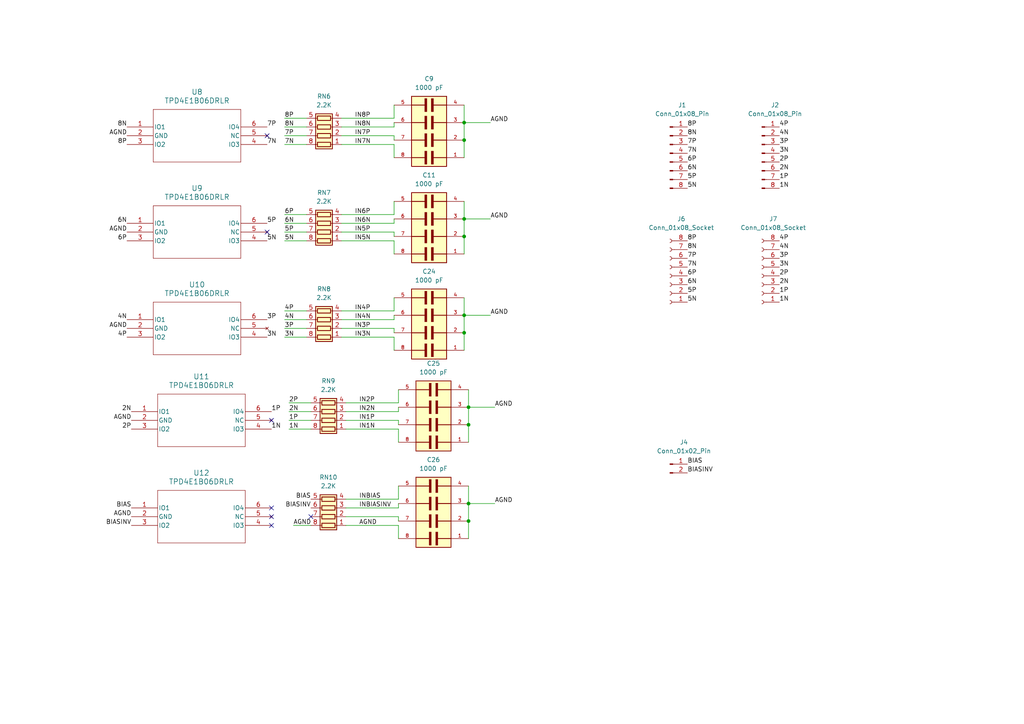
<source format=kicad_sch>
(kicad_sch (version 20231120) (generator "eeschema") (generator_version "8.0")
  (paper "A4")
  (lib_symbols
    (symbol "Connector:Conn_01x02_Pin" (pin_names (offset 1.016) hide)
      (property "Reference" "J" (at 0 2.54 0))
      (property "Value" "Conn_01x02_Pin" (at 0 -5.08 0))
      (symbol "Conn_01x02_Pin_1_1"
        (polyline (pts (xy 1.27 -2.54) (xy 0.8636 -2.54)) (stroke (width 0.1524)))
        (polyline (pts (xy 1.27 0) (xy 0.8636 0)) (stroke (width 0.1524)))
        (rectangle (start 0.8636 -2.413) (end 0 -2.667) (stroke (width 0.1524)) (fill (type outline)))
        (rectangle (start 0.8636 0.127) (end 0 -0.127) (stroke (width 0.1524)) (fill (type outline)))
        (pin passive line (at 5.08 0 180) (length 3.81) (name "Pin_1") (number "1"))
        (pin passive line (at 5.08 -2.54 180) (length 3.81) (name "Pin_2") (number "2"))
      )
    )
    (symbol "Connector:Conn_01x08_Pin" (pin_names (offset 1.016) hide)
      (property "Reference" "J" (at 0 10.16 0))
      (property "Value" "Conn_01x08_Pin" (at 0 -12.7 0))
      (symbol "Conn_01x08_Pin_1_1"
        (polyline (pts (xy 1.27 -10.16) (xy 0.8636 -10.16)) (stroke (width 0.1524)))
        (polyline (pts (xy 1.27 -7.62) (xy 0.8636 -7.62)) (stroke (width 0.1524)))
        (polyline (pts (xy 1.27 -5.08) (xy 0.8636 -5.08)) (stroke (width 0.1524)))
        (polyline (pts (xy 1.27 -2.54) (xy 0.8636 -2.54)) (stroke (width 0.1524)))
        (polyline (pts (xy 1.27 0) (xy 0.8636 0)) (stroke (width 0.1524)))
        (polyline (pts (xy 1.27 2.54) (xy 0.8636 2.54)) (stroke (width 0.1524)))
        (polyline (pts (xy 1.27 5.08) (xy 0.8636 5.08)) (stroke (width 0.1524)))
        (polyline (pts (xy 1.27 7.62) (xy 0.8636 7.62)) (stroke (width 0.1524)))
        (rectangle (start 0.8636 -10.033) (end 0 -10.287) (stroke (width 0.1524)) (fill (type outline)))
        (rectangle (start 0.8636 -7.493) (end 0 -7.747) (stroke (width 0.1524)) (fill (type outline)))
        (rectangle (start 0.8636 -4.953) (end 0 -5.207) (stroke (width 0.1524)) (fill (type outline)))
        (rectangle (start 0.8636 -2.413) (end 0 -2.667) (stroke (width 0.1524)) (fill (type outline)))
        (rectangle (start 0.8636 0.127) (end 0 -0.127) (stroke (width 0.1524)) (fill (type outline)))
        (rectangle (start 0.8636 2.667) (end 0 2.413) (stroke (width 0.1524)) (fill (type outline)))
        (rectangle (start 0.8636 5.207) (end 0 4.953) (stroke (width 0.1524)) (fill (type outline)))
        (rectangle (start 0.8636 7.747) (end 0 7.493) (stroke (width 0.1524)) (fill (type outline)))
        (pin passive line (at 5.08 7.62 180) (length 3.81) (name "Pin_1") (number "1"))
        (pin passive line (at 5.08 5.08 180) (length 3.81) (name "Pin_2") (number "2"))
        (pin passive line (at 5.08 2.54 180) (length 3.81) (name "Pin_3") (number "3"))
        (pin passive line (at 5.08 0 180) (length 3.81) (name "Pin_4") (number "4"))
        (pin passive line (at 5.08 -2.54 180) (length 3.81) (name "Pin_5") (number "5"))
        (pin passive line (at 5.08 -5.08 180) (length 3.81) (name "Pin_6") (number "6"))
        (pin passive line (at 5.08 -7.62 180) (length 3.81) (name "Pin_7") (number "7"))
        (pin passive line (at 5.08 -10.16 180) (length 3.81) (name "Pin_8") (number "8"))
      )
    )
    (symbol "Connector:Conn_01x08_Socket" (pin_names (offset 1.016) hide)
      (property "Reference" "J" (at 0 10.16 0))
      (property "Value" "Conn_01x08_Socket" (at 0 -12.7 0))
      (symbol "Conn_01x08_Socket_1_1"
        (arc (start 0 -9.652) (mid -0.5058 -10.16) (end 0 -10.668) (stroke (width 0.1524)))
        (arc (start 0 -7.112) (mid -0.5058 -7.62) (end 0 -8.128) (stroke (width 0.1524)))
        (arc (start 0 -4.572) (mid -0.5058 -5.08) (end 0 -5.588) (stroke (width 0.1524)))
        (arc (start 0 -2.032) (mid -0.5058 -2.54) (end 0 -3.048) (stroke (width 0.1524)))
        (polyline (pts (xy -1.27 -10.16) (xy -0.508 -10.16)) (stroke (width 0.1524)))
        (polyline (pts (xy -1.27 -7.62) (xy -0.508 -7.62)) (stroke (width 0.1524)))
        (polyline (pts (xy -1.27 -5.08) (xy -0.508 -5.08)) (stroke (width 0.1524)))
        (polyline (pts (xy -1.27 -2.54) (xy -0.508 -2.54)) (stroke (width 0.1524)))
        (polyline (pts (xy -1.27 0) (xy -0.508 0)) (stroke (width 0.1524)))
        (polyline (pts (xy -1.27 2.54) (xy -0.508 2.54)) (stroke (width 0.1524)))
        (polyline (pts (xy -1.27 5.08) (xy -0.508 5.08)) (stroke (width 0.1524)))
        (polyline (pts (xy -1.27 7.62) (xy -0.508 7.62)) (stroke (width 0.1524)))
        (arc (start 0 0.508) (mid -0.5058 0) (end 0 -0.508) (stroke (width 0.1524)))
        (arc (start 0 3.048) (mid -0.5058 2.54) (end 0 2.032) (stroke (width 0.1524)))
        (arc (start 0 5.588) (mid -0.5058 5.08) (end 0 4.572) (stroke (width 0.1524)))
        (arc (start 0 8.128) (mid -0.5058 7.62) (end 0 7.112) (stroke (width 0.1524)))
        (pin passive line (at -5.08 7.62 0) (length 3.81) (name "Pin_1") (number "1"))
        (pin passive line (at -5.08 5.08 0) (length 3.81) (name "Pin_2") (number "2"))
        (pin passive line (at -5.08 2.54 0) (length 3.81) (name "Pin_3") (number "3"))
        (pin passive line (at -5.08 0 0) (length 3.81) (name "Pin_4") (number "4"))
        (pin passive line (at -5.08 -2.54 0) (length 3.81) (name "Pin_5") (number "5"))
        (pin passive line (at -5.08 -5.08 0) (length 3.81) (name "Pin_6") (number "6"))
        (pin passive line (at -5.08 -7.62 0) (length 3.81) (name "Pin_7") (number "7"))
        (pin passive line (at -5.08 -10.16 0) (length 3.81) (name "Pin_8") (number "8"))
      )
    )
    (symbol "Device:R_Pack04" (pin_names (offset 0) hide)
      (property "Reference" "RN" (at -7.62 0 90))
      (property "Value" "R_Pack04" (at 5.08 0 90))
      (symbol "R_Pack04_0_1"
        (rectangle (start -6.35 -2.413) (end 3.81 2.413) (stroke (width 0.254)) (fill (type background)))
        (rectangle (start -5.715 1.905) (end -4.445 -1.905) (stroke (width 0.254)))
        (rectangle (start -3.175 1.905) (end -1.905 -1.905) (stroke (width 0.254)))
        (rectangle (start -0.635 1.905) (end 0.635 -1.905) (stroke (width 0.254)))
        (polyline (pts (xy -5.08 -2.54) (xy -5.08 -1.905)))
        (polyline (pts (xy -5.08 1.905) (xy -5.08 2.54)))
        (polyline (pts (xy -2.54 -2.54) (xy -2.54 -1.905)))
        (polyline (pts (xy -2.54 1.905) (xy -2.54 2.54)))
        (polyline (pts (xy 0 -2.54) (xy 0 -1.905)))
        (polyline (pts (xy 0 1.905) (xy 0 2.54)))
        (polyline (pts (xy 2.54 -2.54) (xy 2.54 -1.905)))
        (polyline (pts (xy 2.54 1.905) (xy 2.54 2.54)))
        (rectangle (start 1.905 1.905) (end 3.175 -1.905) (stroke (width 0.254)))
      )
      (symbol "R_Pack04_1_1"
        (pin passive line (at -5.08 -5.08 90) (length 2.54) (name "R1.1") (number "1"))
        (pin passive line (at -2.54 -5.08 90) (length 2.54) (name "R2.1") (number "2"))
        (pin passive line (at 0 -5.08 90) (length 2.54) (name "R3.1") (number "3"))
        (pin passive line (at 2.54 -5.08 90) (length 2.54) (name "R4.1") (number "4"))
        (pin passive line (at 2.54 5.08 270) (length 2.54) (name "R4.2") (number "5"))
        (pin passive line (at 0 5.08 270) (length 2.54) (name "R3.2") (number "6"))
        (pin passive line (at -2.54 5.08 270) (length 2.54) (name "R2.2") (number "7"))
        (pin passive line (at -5.08 5.08 270) (length 2.54) (name "R1.2") (number "8"))
      )
    )
    (symbol "TPD4E1B06 (ESD):TPD4E1B06DRLR" (pin_names (offset 0.254))
      (property "Reference" "U" (at 20.32 10.16 0))
      (property "Value" "TPD4E1B06DRLR" (at 20.32 7.62 0))
      (symbol "TPD4E1B06DRLR_0_1"
        (polyline (pts (xy 7.62 -10.16) (xy 33.02 -10.16)) (stroke (width 0.127)))
        (polyline (pts (xy 7.62 5.08) (xy 7.62 -10.16)) (stroke (width 0.127)))
        (polyline (pts (xy 33.02 -10.16) (xy 33.02 5.08)) (stroke (width 0.127)))
        (polyline (pts (xy 33.02 5.08) (xy 7.62 5.08)) (stroke (width 0.127)))
        (pin bidirectional line (at 0 0 0) (length 7.62) (name "IO1") (number "1"))
        (pin power_in line (at 0 -2.54 0) (length 7.62) (name "GND") (number "2"))
        (pin bidirectional line (at 0 -5.08 0) (length 7.62) (name "IO2") (number "3"))
        (pin bidirectional line (at 40.64 -5.08 180) (length 7.62) (name "IO3") (number "4"))
        (pin no_connect line (at 40.64 -2.54 180) (length 7.62) (name "NC") (number "5"))
        (pin bidirectional line (at 40.64 0 180) (length 7.62) (name "IO4") (number "6"))
      )
    )
    (symbol "W3A45C102K4T2A (C_array):CKCL44X7R1H102M085AA" (pin_names (offset 1.016))
      (property "Reference" "C" (at -5.08 11.43 0))
      (property "Value" "CKCL44X7R1H102M085AA" (at -5.08 -12.7 0))
      (symbol "CKCL44X7R1H102M085AA_0_0"
        (rectangle (start -5.08 -10.16) (end 5.08 10.16) (stroke (width 0.254)) (fill (type background)))
        (rectangle (start -1.27 -9.525) (end -0.635 -5.715) (stroke (width 0.1)) (fill (type outline)))
        (rectangle (start -1.27 -4.445) (end -0.635 -0.635) (stroke (width 0.1)) (fill (type outline)))
        (rectangle (start -1.27 0.635) (end -0.635 4.445) (stroke (width 0.1)) (fill (type outline)))
        (rectangle (start -1.27 5.715) (end -0.635 9.525) (stroke (width 0.1)) (fill (type outline)))
        (polyline (pts (xy -1.27 -7.62) (xy -5.08 -7.62)) (stroke (width 0.254)))
        (polyline (pts (xy -1.27 -2.54) (xy -5.08 -2.54)) (stroke (width 0.254)))
        (polyline (pts (xy -1.27 2.54) (xy -5.08 2.54)) (stroke (width 0.254)))
        (polyline (pts (xy -1.27 7.62) (xy -5.08 7.62)) (stroke (width 0.254)))
        (polyline (pts (xy 1.27 -7.62) (xy 5.08 -7.62)) (stroke (width 0.254)))
        (polyline (pts (xy 1.27 -2.54) (xy 5.08 -2.54)) (stroke (width 0.254)))
        (polyline (pts (xy 1.27 2.54) (xy 5.08 2.54)) (stroke (width 0.254)))
        (polyline (pts (xy 1.27 7.62) (xy 5.08 7.62)) (stroke (width 0.254)))
        (rectangle (start 0.635 -9.525) (end 1.27 -5.715) (stroke (width 0.1)) (fill (type outline)))
        (rectangle (start 0.635 -4.445) (end 1.27 -0.635) (stroke (width 0.1)) (fill (type outline)))
        (rectangle (start 0.635 0.635) (end 1.27 4.445) (stroke (width 0.1)) (fill (type outline)))
        (rectangle (start 0.635 5.715) (end 1.27 9.525) (stroke (width 0.1)) (fill (type outline)))
        (pin passive line (at -10.16 7.62 0) (length 5.08) (name "~") (number "1"))
        (pin passive line (at -10.16 2.54 0) (length 5.08) (name "~") (number "2"))
        (pin passive line (at -10.16 -2.54 0) (length 5.08) (name "~") (number "3"))
        (pin passive line (at -10.16 -7.62 0) (length 5.08) (name "~") (number "4"))
        (pin passive line (at 10.16 -7.62 180) (length 5.08) (name "~") (number "5"))
        (pin passive line (at 10.16 -2.54 180) (length 5.08) (name "~") (number "6"))
        (pin passive line (at 10.16 2.54 180) (length 5.08) (name "~") (number "7"))
        (pin passive line (at 10.16 7.62 180) (length 5.08) (name "~") (number "8"))
      )
    )
  )
  (junction (at 134.62 40.64))
  (junction (at 135.89 123.19))
  (junction (at 134.62 35.56))
  (junction (at 134.62 68.58))
  (junction (at 134.62 96.52))
  (junction (at 134.62 91.44))
  (junction (at 134.62 63.5))
  (junction (at 135.89 118.11))
  (junction (at 135.89 151.13))
  (junction (at 135.89 146.05))
  (no_connect (at 78.74 152.4))
  (no_connect (at 77.47 39.37))
  (no_connect (at 77.47 67.31))
  (no_connect (at 78.74 147.32))
  (no_connect (at 78.74 121.92))
  (no_connect (at 78.74 149.86))
  (no_connect (at 90.17 149.86))
  (wire (pts (xy 99.06 97.79) (xy 114.3 97.79)))
  (wire (pts (xy 100.33 119.38) (xy 115.57 119.38)))
  (wire (pts (xy 134.62 30.48) (xy 134.62 35.56)))
  (wire (pts (xy 99.06 95.25) (xy 114.3 95.25)))
  (wire (pts (xy 134.62 96.52) (xy 134.62 101.6)))
  (wire (pts (xy 100.33 124.46) (xy 115.57 124.46)))
  (wire (pts (xy 99.06 34.29) (xy 114.3 34.29)))
  (wire (pts (xy 135.89 151.13) (xy 135.89 156.21)))
  (wire (pts (xy 114.3 62.23) (xy 114.3 58.42)))
  (wire (pts (xy 114.3 36.83) (xy 114.3 35.56)))
  (wire (pts (xy 134.62 63.5) (xy 142.24 63.5)))
  (wire (pts (xy 114.3 97.79) (xy 114.3 101.6)))
  (wire (pts (xy 82.55 90.17) (xy 88.9 90.17)))
  (wire (pts (xy 83.82 119.38) (xy 90.17 119.38)))
  (wire (pts (xy 134.62 35.56) (xy 134.62 40.64)))
  (wire (pts (xy 115.57 116.84) (xy 115.57 113.03)))
  (wire (pts (xy 82.55 64.77) (xy 88.9 64.77)))
  (wire (pts (xy 115.57 144.78) (xy 115.57 140.97)))
  (wire (pts (xy 135.89 140.97) (xy 135.89 146.05)))
  (wire (pts (xy 82.55 92.71) (xy 88.9 92.71)))
  (wire (pts (xy 83.82 124.46) (xy 90.17 124.46)))
  (wire (pts (xy 114.3 41.91) (xy 114.3 45.72)))
  (wire (pts (xy 99.06 90.17) (xy 114.3 90.17)))
  (wire (pts (xy 83.82 121.92) (xy 90.17 121.92)))
  (wire (pts (xy 83.82 116.84) (xy 90.17 116.84)))
  (wire (pts (xy 114.3 92.71) (xy 114.3 91.44)))
  (wire (pts (xy 115.57 149.86) (xy 115.57 151.13)))
  (wire (pts (xy 134.62 91.44) (xy 134.62 96.52)))
  (wire (pts (xy 115.57 124.46) (xy 115.57 128.27)))
  (wire (pts (xy 100.33 152.4) (xy 115.57 152.4)))
  (wire (pts (xy 82.55 39.37) (xy 88.9 39.37)))
  (wire (pts (xy 100.33 149.86) (xy 115.57 149.86)))
  (wire (pts (xy 114.3 34.29) (xy 114.3 30.48)))
  (wire (pts (xy 82.55 62.23) (xy 88.9 62.23)))
  (wire (pts (xy 135.89 146.05) (xy 135.89 151.13)))
  (wire (pts (xy 82.55 97.79) (xy 88.9 97.79)))
  (wire (pts (xy 114.3 90.17) (xy 114.3 86.36)))
  (wire (pts (xy 134.62 68.58) (xy 134.62 73.66)))
  (wire (pts (xy 82.55 69.85) (xy 88.9 69.85)))
  (wire (pts (xy 114.3 39.37) (xy 114.3 40.64)))
  (wire (pts (xy 114.3 95.25) (xy 114.3 96.52)))
  (wire (pts (xy 134.62 86.36) (xy 134.62 91.44)))
  (wire (pts (xy 135.89 113.03) (xy 135.89 118.11)))
  (wire (pts (xy 135.89 123.19) (xy 135.89 128.27)))
  (wire (pts (xy 99.06 41.91) (xy 114.3 41.91)))
  (wire (pts (xy 134.62 40.64) (xy 134.62 45.72)))
  (wire (pts (xy 82.55 67.31) (xy 88.9 67.31)))
  (wire (pts (xy 135.89 118.11) (xy 143.51 118.11)))
  (wire (pts (xy 100.33 121.92) (xy 115.57 121.92)))
  (wire (pts (xy 135.89 118.11) (xy 135.89 123.19)))
  (wire (pts (xy 135.89 146.05) (xy 143.51 146.05)))
  (wire (pts (xy 99.06 39.37) (xy 114.3 39.37)))
  (wire (pts (xy 99.06 92.71) (xy 114.3 92.71)))
  (wire (pts (xy 82.55 41.91) (xy 88.9 41.91)))
  (wire (pts (xy 82.55 34.29) (xy 88.9 34.29)))
  (wire (pts (xy 115.57 121.92) (xy 115.57 123.19)))
  (wire (pts (xy 134.62 58.42) (xy 134.62 63.5)))
  (wire (pts (xy 114.3 67.31) (xy 114.3 68.58)))
  (wire (pts (xy 115.57 147.32) (xy 115.57 146.05)))
  (wire (pts (xy 115.57 119.38) (xy 115.57 118.11)))
  (wire (pts (xy 99.06 64.77) (xy 114.3 64.77)))
  (wire (pts (xy 115.57 152.4) (xy 115.57 156.21)))
  (wire (pts (xy 85.09 152.4) (xy 90.17 152.4)))
  (wire (pts (xy 100.33 144.78) (xy 115.57 144.78)))
  (wire (pts (xy 100.33 147.32) (xy 115.57 147.32)))
  (wire (pts (xy 114.3 64.77) (xy 114.3 63.5)))
  (wire (pts (xy 134.62 91.44) (xy 142.24 91.44)))
  (wire (pts (xy 134.62 63.5) (xy 134.62 68.58)))
  (wire (pts (xy 99.06 36.83) (xy 114.3 36.83)))
  (wire (pts (xy 114.3 69.85) (xy 114.3 73.66)))
  (wire (pts (xy 82.55 95.25) (xy 88.9 95.25)))
  (wire (pts (xy 134.62 35.56) (xy 142.24 35.56)))
  (wire (pts (xy 99.06 69.85) (xy 114.3 69.85)))
  (wire (pts (xy 99.06 67.31) (xy 114.3 67.31)))
  (wire (pts (xy 100.33 116.84) (xy 115.57 116.84)))
  (wire (pts (xy 99.06 62.23) (xy 114.3 62.23)))
  (wire (pts (xy 82.55 36.83) (xy 88.9 36.83)))
  (label "8N" (at 199.39 72.39 0))
  (label "AGND" (at 38.1 149.86 180))
  (label "2N" (at 226.06 82.55 0))
  (label "4N" (at 226.06 72.39 0))
  (label "7P" (at 82.55 39.37 0))
  (label "IN6N" (at 102.87 64.77 0))
  (label "4N" (at 36.83 92.71 180))
  (label "IN5N" (at 102.87 69.85 0))
  (label "2N" (at 38.1 119.38 180))
  (label "3P" (at 77.47 92.71 0))
  (label "6P" (at 199.39 46.99 0))
  (label "1N" (at 78.74 124.46 0))
  (label "5N" (at 199.39 54.61 0))
  (label "2P" (at 83.82 116.84 0))
  (label "BIAS" (at 199.39 134.62 0))
  (label "1P" (at 78.74 119.38 0))
  (label "5P" (at 199.39 52.07 0))
  (label "1N" (at 226.06 87.63 0))
  (label "6N" (at 36.83 64.77 180))
  (label "IN7N" (at 102.87 41.91 0))
  (label "IN4N" (at 102.87 92.71 0))
  (label "4P" (at 226.06 69.85 0))
  (label "3N" (at 226.06 77.47 0))
  (label "IN8N" (at 102.87 36.83 0))
  (label "IN2N" (at 104.14 119.38 0))
  (label "5P" (at 82.55 67.31 0))
  (label "6N" (at 199.39 49.53 0))
  (label "AGND" (at 36.83 39.37 180))
  (label "2N" (at 226.06 49.53 0))
  (label "BIAS" (at 90.17 144.78 180))
  (label "8N" (at 36.83 36.83 180))
  (label "4P" (at 36.83 97.79 180))
  (label "4N" (at 82.55 92.71 0))
  (label "6N" (at 82.55 64.77 0))
  (label "INBIASINV" (at 104.14 147.32 0))
  (label "IN1N" (at 104.14 124.46 0))
  (label "AGND" (at 143.51 118.11 0))
  (label "2P" (at 38.1 124.46 180))
  (label "1N" (at 226.06 54.61 0))
  (label "5N" (at 82.55 69.85 0))
  (label "2P" (at 226.06 46.99 0))
  (label "3P" (at 82.55 95.25 0))
  (label "3N" (at 77.47 97.79 0))
  (label "2N" (at 83.82 119.38 0))
  (label "IN8P" (at 102.87 34.29 0))
  (label "6P" (at 36.83 69.85 180))
  (label "3P" (at 226.06 41.91 0))
  (label "2P" (at 226.06 80.01 0))
  (label "BIASINV" (at 90.17 147.32 180))
  (label "BIASINV" (at 38.1 152.4 180))
  (label "6P" (at 82.55 62.23 0))
  (label "7P" (at 199.39 74.93 0))
  (label "AGND" (at 36.83 67.31 180))
  (label "IN3P" (at 102.87 95.25 0))
  (label "1P" (at 83.82 121.92 0))
  (label "8P" (at 199.39 69.85 0))
  (label "AGND" (at 143.51 146.05 0))
  (label "5N" (at 77.47 69.85 0))
  (label "IN6P" (at 102.87 62.23 0))
  (label "8N" (at 82.55 36.83 0))
  (label "IN5P" (at 102.87 67.31 0))
  (label "7N" (at 199.39 77.47 0))
  (label "AGND" (at 85.09 152.4 0))
  (label "AGND" (at 142.24 91.44 0))
  (label "5N" (at 199.39 87.63 0))
  (label "3N" (at 82.55 97.79 0))
  (label "IN4P" (at 102.87 90.17 0))
  (label "7P" (at 77.47 36.83 0))
  (label "7N" (at 77.47 41.91 0))
  (label "3P" (at 226.06 74.93 0))
  (label "BIAS" (at 38.1 147.32 180))
  (label "1P" (at 226.06 52.07 0))
  (label "AGND" (at 38.1 121.92 180))
  (label "8P" (at 36.83 41.91 180))
  (label "INBIAS" (at 104.14 144.78 0))
  (label "IN1P" (at 104.14 121.92 0))
  (label "5P" (at 199.39 85.09 0))
  (label "1N" (at 83.82 124.46 0))
  (label "AGND" (at 36.83 95.25 180))
  (label "AGND" (at 104.14 152.4 0))
  (label "8P" (at 82.55 34.29 0))
  (label "4P" (at 82.55 90.17 0))
  (label "AGND" (at 142.24 35.56 0))
  (label "8N" (at 199.39 39.37 0))
  (label "5P" (at 77.47 64.77 0))
  (label "AGND" (at 142.24 63.5 0))
  (label "7P" (at 199.39 41.91 0))
  (label "6P" (at 199.39 80.01 0))
  (label "7N" (at 199.39 44.45 0))
  (label "7N" (at 82.55 41.91 0))
  (label "4N" (at 226.06 39.37 0))
  (label "3N" (at 226.06 44.45 0))
  (label "6N" (at 199.39 82.55 0))
  (label "4P" (at 226.06 36.83 0))
  (label "IN7P" (at 102.87 39.37 0))
  (label "8P" (at 199.39 36.83 0))
  (label "IN3N" (at 102.87 97.79 0))
  (label "1P" (at 226.06 85.09 0))
  (label "BIASINV" (at 199.39 137.16 0))
  (label "IN2P" (at 104.14 116.84 0))
  (symbol (lib_id "W3A45C102K4T2A (C_array):CKCL44X7R1H102M085AA") (at 125.73 120.65 180) (unit 1)
    (property "Reference" "C25" (at 125.73 105.41 0))
    (property "Value" "1000 pF" (at 125.73 107.95 0))
    (property "Footprint" "W3A45C102K4T2A:CAPCAF50P200X125X85-8" (effects (hide yes)))
    (property "MF" "TDK" (effects (hide yes)))
    (property "MAXIMUM_PACKAGE_HEIGHT" "0.85 mm" (effects (hide yes)))
    (property "Package" "0805 TDK Corporation" (effects (hide yes)))
    (property "Price" "None" (effects (hide yes)))
    (property "Check_prices" "https://www.snapeda.com/parts/CKCL44X7R1H102M085AA/TDK-Lambda+Americas+Inc/view-part/?ref=eda" (effects (hide yes)))
    (property "STANDARD" "Manufacturer Recommendations" (effects (hide yes)))
    (property "PARTREV" "Dec 2014" (effects (hide yes)))
    (property "SnapEDA_Link" "https://www.snapeda.com/parts/CKCL44X7R1H102M085AA/TDK-Lambda+Americas+Inc/view-part/?ref=snap" (effects (hide yes)))
    (property "MP" "CKCL44X7R1H102M085AA" (effects (hide yes)))
    (property "Description_1" "\n                        \n                            1000pF Isolated Capacitor  Array 50V X7R 0805 (2012 Metric)\n                        \n" (effects (hide yes)))
    (property "Availability" "In Stock" (effects (hide yes)))
    (property "MANUFACTURER" "TDK" (effects (hide yes)))
  )
  (symbol (lib_id "Connector:Conn_01x08_Pin") (at 194.31 44.45 0) (unit 1)
    (property "Reference" "J1" (at 197.866 30.48 0))
    (property "Value" "Conn_01x08_Pin" (at 197.866 33.02 0))
    (property "Footprint" "Connector_PinHeader_2.54mm:PinHeader_1x08_P2.54mm_Vertical" (effects (hide yes)))
    (property "Description" "Generic connector, single row, 01x08, script generated" (effects (hide yes)))
  )
  (symbol (lib_id "TPD4E1B06 (ESD):TPD4E1B06DRLR") (at 36.83 64.77 0) (unit 1)
    (property "Reference" "U9" (at 57.15 54.61 0) (effects (font (size 1.524 1.524))))
    (property "Value" "TPD4E1B06DRLR" (at 57.15 57.15 0) (effects (font (size 1.524 1.524))))
    (property "Footprint" "TPD4E1B06:DRL6_TEX" (effects (hide yes)))
    (property "Datasheet" "TPD4E1B06DRLR" (effects (hide yes)))
  )
  (symbol (lib_id "W3A45C102K4T2A (C_array):CKCL44X7R1H102M085AA") (at 125.73 148.59 180) (unit 1)
    (property "Reference" "C26" (at 125.73 133.35 0))
    (property "Value" "1000 pF" (at 125.73 135.89 0))
    (property "Footprint" "W3A45C102K4T2A:CAPCAF50P200X125X85-8" (effects (hide yes)))
    (property "MF" "TDK" (effects (hide yes)))
    (property "MAXIMUM_PACKAGE_HEIGHT" "0.85 mm" (effects (hide yes)))
    (property "Package" "0805 TDK Corporation" (effects (hide yes)))
    (property "Price" "None" (effects (hide yes)))
    (property "Check_prices" "https://www.snapeda.com/parts/CKCL44X7R1H102M085AA/TDK-Lambda+Americas+Inc/view-part/?ref=eda" (effects (hide yes)))
    (property "STANDARD" "Manufacturer Recommendations" (effects (hide yes)))
    (property "PARTREV" "Dec 2014" (effects (hide yes)))
    (property "SnapEDA_Link" "https://www.snapeda.com/parts/CKCL44X7R1H102M085AA/TDK-Lambda+Americas+Inc/view-part/?ref=snap" (effects (hide yes)))
    (property "MP" "CKCL44X7R1H102M085AA" (effects (hide yes)))
    (property "Description_1" "\n                        \n                            1000pF Isolated Capacitor  Array 50V X7R 0805 (2012 Metric)\n                        \n" (effects (hide yes)))
    (property "Availability" "In Stock" (effects (hide yes)))
    (property "MANUFACTURER" "TDK" (effects (hide yes)))
  )
  (symbol (lib_id "TPD4E1B06 (ESD):TPD4E1B06DRLR") (at 38.1 119.38 0) (unit 1)
    (property "Reference" "U11" (at 58.42 109.22 0) (effects (font (size 1.524 1.524))))
    (property "Value" "TPD4E1B06DRLR" (at 58.42 111.76 0) (effects (font (size 1.524 1.524))))
    (property "Footprint" "TPD4E1B06:DRL6_TEX" (effects (hide yes)))
    (property "Datasheet" "TPD4E1B06DRLR" (effects (hide yes)))
  )
  (symbol (lib_id "TPD4E1B06 (ESD):TPD4E1B06DRLR") (at 36.83 92.71 0) (unit 1)
    (property "Reference" "U10" (at 57.15 82.55 0) (effects (font (size 1.524 1.524))))
    (property "Value" "TPD4E1B06DRLR" (at 57.15 85.09 0) (effects (font (size 1.524 1.524))))
    (property "Footprint" "TPD4E1B06:DRL6_TEX" (effects (hide yes)))
    (property "Datasheet" "TPD4E1B06DRLR" (effects (hide yes)))
  )
  (symbol (lib_id "Device:R_Pack04") (at 93.98 92.71 90) (unit 1)
    (property "Reference" "RN8" (at 93.98 83.82 90))
    (property "Value" "2.2K" (at 93.98 86.36 90))
    (property "Footprint" "Resistor_SMD:R_Array_Concave_4x0603" (effects (hide yes)))
    (property "Description" "4 resistor network, parallel topology" (effects (hide yes)))
  )
  (symbol (lib_id "W3A45C102K4T2A (C_array):CKCL44X7R1H102M085AA") (at 124.46 93.98 180) (unit 1)
    (property "Reference" "C24" (at 124.46 78.74 0))
    (property "Value" "1000 pF" (at 124.46 81.28 0))
    (property "Footprint" "W3A45C102K4T2A:CAPCAF50P200X125X85-8" (effects (hide yes)))
    (property "MF" "TDK" (effects (hide yes)))
    (property "MAXIMUM_PACKAGE_HEIGHT" "0.85 mm" (effects (hide yes)))
    (property "Package" "0805 TDK Corporation" (effects (hide yes)))
    (property "Price" "None" (effects (hide yes)))
    (property "Check_prices" "https://www.snapeda.com/parts/CKCL44X7R1H102M085AA/TDK-Lambda+Americas+Inc/view-part/?ref=eda" (effects (hide yes)))
    (property "STANDARD" "Manufacturer Recommendations" (effects (hide yes)))
    (property "PARTREV" "Dec 2014" (effects (hide yes)))
    (property "SnapEDA_Link" "https://www.snapeda.com/parts/CKCL44X7R1H102M085AA/TDK-Lambda+Americas+Inc/view-part/?ref=snap" (effects (hide yes)))
    (property "MP" "CKCL44X7R1H102M085AA" (effects (hide yes)))
    (property "Description_1" "\n                        \n                            1000pF Isolated Capacitor  Array 50V X7R 0805 (2012 Metric)\n                        \n" (effects (hide yes)))
    (property "Availability" "In Stock" (effects (hide yes)))
    (property "MANUFACTURER" "TDK" (effects (hide yes)))
  )
  (symbol (lib_id "Device:R_Pack04") (at 93.98 36.83 90) (unit 1)
    (property "Reference" "RN6" (at 93.98 27.94 90))
    (property "Value" "2.2K" (at 93.98 30.48 90))
    (property "Footprint" "Resistor_SMD:R_Array_Concave_4x0603" (effects (hide yes)))
    (property "Description" "4 resistor network, parallel topology" (effects (hide yes)))
  )
  (symbol (lib_id "Connector:Conn_01x08_Socket") (at 194.31 80.01 180) (unit 1)
    (property "Reference" "J6" (at 197.612 63.5 0))
    (property "Value" "Conn_01x08_Socket" (at 197.612 66.04 0))
    (property "Description" "Generic connector, single row, 01x08, script generated" (effects (hide yes)))
  )
  (symbol (lib_id "TPD4E1B06 (ESD):TPD4E1B06DRLR") (at 38.1 147.32 0) (unit 1)
    (property "Reference" "U12" (at 58.42 137.16 0) (effects (font (size 1.524 1.524))))
    (property "Value" "TPD4E1B06DRLR" (at 58.42 139.7 0) (effects (font (size 1.524 1.524))))
    (property "Footprint" "TPD4E1B06:DRL6_TEX" (effects (hide yes)))
    (property "Datasheet" "TPD4E1B06DRLR" (effects (hide yes)))
  )
  (symbol (lib_id "Device:R_Pack04") (at 95.25 147.32 90) (unit 1)
    (property "Reference" "RN10" (at 95.25 138.43 90))
    (property "Value" "2.2K" (at 95.25 140.97 90))
    (property "Footprint" "Resistor_SMD:R_Array_Concave_4x0603" (effects (hide yes)))
    (property "Description" "4 resistor network, parallel topology" (effects (hide yes)))
  )
  (symbol (lib_id "TPD4E1B06 (ESD):TPD4E1B06DRLR") (at 36.83 36.83 0) (unit 1)
    (property "Reference" "U8" (at 57.15 26.67 0) (effects (font (size 1.524 1.524))))
    (property "Value" "TPD4E1B06DRLR" (at 57.15 29.21 0) (effects (font (size 1.524 1.524))))
    (property "Footprint" "TPD4E1B06:DRL6_TEX" (effects (hide yes)))
    (property "Datasheet" "TPD4E1B06DRLR" (effects (hide yes)))
  )
  (symbol (lib_id "Device:R_Pack04") (at 95.25 119.38 90) (unit 1)
    (property "Reference" "RN9" (at 95.25 110.49 90))
    (property "Value" "2.2K" (at 95.25 113.03 90))
    (property "Footprint" "Resistor_SMD:R_Array_Concave_4x0603" (effects (hide yes)))
    (property "Description" "4 resistor network, parallel topology" (effects (hide yes)))
  )
  (symbol (lib_id "W3A45C102K4T2A (C_array):CKCL44X7R1H102M085AA") (at 124.46 66.04 180) (unit 1)
    (property "Reference" "C11" (at 124.46 50.8 0))
    (property "Value" "1000 pF" (at 124.46 53.34 0))
    (property "Footprint" "W3A45C102K4T2A:CAPCAF50P200X125X85-8" (effects (hide yes)))
    (property "MF" "TDK" (effects (hide yes)))
    (property "MAXIMUM_PACKAGE_HEIGHT" "0.85 mm" (effects (hide yes)))
    (property "Package" "0805 TDK Corporation" (effects (hide yes)))
    (property "Price" "None" (effects (hide yes)))
    (property "Check_prices" "https://www.snapeda.com/parts/CKCL44X7R1H102M085AA/TDK-Lambda+Americas+Inc/view-part/?ref=eda" (effects (hide yes)))
    (property "STANDARD" "Manufacturer Recommendations" (effects (hide yes)))
    (property "PARTREV" "Dec 2014" (effects (hide yes)))
    (property "SnapEDA_Link" "https://www.snapeda.com/parts/CKCL44X7R1H102M085AA/TDK-Lambda+Americas+Inc/view-part/?ref=snap" (effects (hide yes)))
    (property "MP" "CKCL44X7R1H102M085AA" (effects (hide yes)))
    (property "Description_1" "\n                        \n                            1000pF Isolated Capacitor  Array 50V X7R 0805 (2012 Metric)\n                        \n" (effects (hide yes)))
    (property "Availability" "In Stock" (effects (hide yes)))
    (property "MANUFACTURER" "TDK" (effects (hide yes)))
  )
  (symbol (lib_id "W3A45C102K4T2A (C_array):CKCL44X7R1H102M085AA") (at 124.46 38.1 180) (unit 1)
    (property "Reference" "C9" (at 124.46 22.86 0))
    (property "Value" "1000 pF" (at 124.46 25.4 0))
    (property "Footprint" "W3A45C102K4T2A:CAPCAF50P200X125X85-8" (effects (hide yes)))
    (property "MF" "TDK" (effects (hide yes)))
    (property "MAXIMUM_PACKAGE_HEIGHT" "0.85 mm" (effects (hide yes)))
    (property "Package" "0805 TDK Corporation" (effects (hide yes)))
    (property "Price" "None" (effects (hide yes)))
    (property "Check_prices" "https://www.snapeda.com/parts/CKCL44X7R1H102M085AA/TDK-Lambda+Americas+Inc/view-part/?ref=eda" (effects (hide yes)))
    (property "STANDARD" "Manufacturer Recommendations" (effects (hide yes)))
    (property "PARTREV" "Dec 2014" (effects (hide yes)))
    (property "SnapEDA_Link" "https://www.snapeda.com/parts/CKCL44X7R1H102M085AA/TDK-Lambda+Americas+Inc/view-part/?ref=snap" (effects (hide yes)))
    (property "MP" "CKCL44X7R1H102M085AA" (effects (hide yes)))
    (property "Description_1" "\n                        \n                            1000pF Isolated Capacitor  Array 50V X7R 0805 (2012 Metric)\n                        \n" (effects (hide yes)))
    (property "Availability" "In Stock" (effects (hide yes)))
    (property "MANUFACTURER" "TDK" (effects (hide yes)))
  )
  (symbol (lib_id "Connector:Conn_01x08_Pin") (at 220.98 44.45 0) (unit 1)
    (property "Reference" "J2" (at 224.79 30.48 0))
    (property "Value" "Conn_01x08_Pin" (at 224.79 33.02 0))
    (property "Footprint" "Connector_PinHeader_2.54mm:PinHeader_1x08_P2.54mm_Vertical" (effects (hide yes)))
    (property "Description" "Generic connector, single row, 01x08, script generated" (effects (hide yes)))
  )
  (symbol (lib_id "Connector:Conn_01x02_Pin") (at 194.31 134.62 0) (unit 1)
    (property "Reference" "J4" (at 198.374 128.27 0))
    (property "Value" "Conn_01x02_Pin" (at 198.374 130.81 0))
    (property "Description" "Generic connector, single row, 01x02, script generated" (effects (hide yes)))
  )
  (symbol (lib_id "Device:R_Pack04") (at 93.98 64.77 90) (unit 1)
    (property "Reference" "RN7" (at 93.98 55.88 90))
    (property "Value" "2.2K" (at 93.98 58.42 90))
    (property "Footprint" "Resistor_SMD:R_Array_Concave_4x0603" (effects (hide yes)))
    (property "Description" "4 resistor network, parallel topology" (effects (hide yes)))
  )
  (symbol (lib_id "Connector:Conn_01x08_Socket") (at 220.98 80.01 180) (unit 1)
    (property "Reference" "J7" (at 224.282 63.5 0))
    (property "Value" "Conn_01x08_Socket" (at 224.282 66.04 0))
    (property "Description" "Generic connector, single row, 01x08, script generated" (effects (hide yes)))
  )
)
</source>
